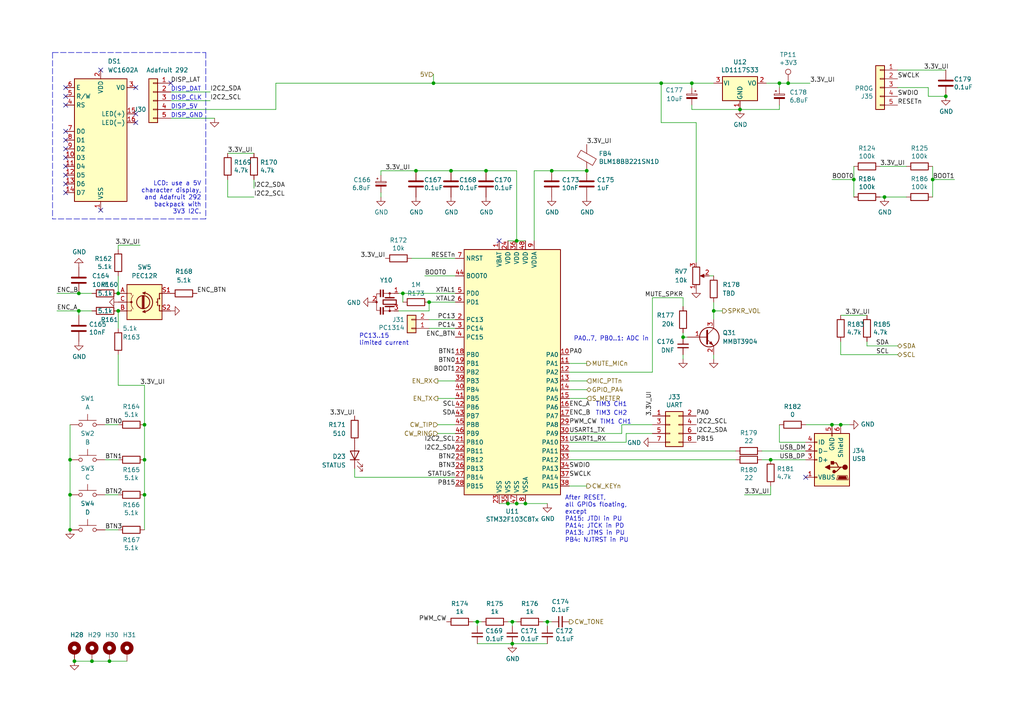
<source format=kicad_sch>
(kicad_sch (version 20211123) (generator eeschema)
  (paper "A4")
  (title_block (title "DART-70 TRX") (date "2023-02-08") (rev "0") (company "HB9EGM") (comment 1 "A 4m Band SSB/CW Transceiver") (comment 2 "User interface"))
  (lib_symbols
    (symbol "Connector:TestPoint" (pin_numbers hide) (pin_names (offset 0.762) hide)
      (property "Reference" "TP" (at 0 6.858 0))
      (property "Value" "TestPoint" (at 0 5.08 0))
      (symbol "TestPoint_1_1"
        (pin passive line (at 0 0 90) (length 2.54) (name "1") (number "1"))
      )
    )
    (symbol "Connector:USB_B_Micro" (pin_names (offset 1.016))
      (property "Reference" "J" (at -5.08 11.43 0))
      (property "Value" "USB_B_Micro" (at -5.08 8.89 0))
      (symbol "USB_B_Micro_1_1"
        (pin power_out line (at 7.62 5.08 180) (length 2.54) (name "VBUS") (number "1"))
        (pin bidirectional line (at 7.62 -2.54 180) (length 2.54) (name "D-") (number "2"))
        (pin bidirectional line (at 7.62 0 180) (length 2.54) (name "D+") (number "3"))
        (pin passive line (at 7.62 -5.08 180) (length 2.54) (name "ID") (number "4"))
        (pin power_out line (at 0 -10.16 90) (length 2.54) (name "GND") (number "5"))
        (pin passive line (at -2.54 -10.16 90) (length 2.54) (name "Shield") (number "6"))
      )
    )
    (symbol "Connector_Generic:Conn_01x02" (pin_names (offset 1.016) hide)
      (property "Reference" "J" (at 0 2.54 0))
      (property "Value" "Conn_01x02" (at 0 -5.08 0))
      (symbol "Conn_01x02_1_1"
        (pin passive line (at -5.08 0 0) (length 3.81) (name "Pin_1") (number "1"))
        (pin passive line (at -5.08 -2.54 0) (length 3.81) (name "Pin_2") (number "2"))
      )
    )
    (symbol "Connector_Generic:Conn_01x05" (pin_names (offset 1.016) hide)
      (property "Reference" "J" (at 0 7.62 0))
      (property "Value" "Conn_01x05" (at 0 -7.62 0))
      (symbol "Conn_01x05_1_1"
        (pin passive line (at -5.08 5.08 0) (length 3.81) (name "Pin_1") (number "1"))
        (pin passive line (at -5.08 2.54 0) (length 3.81) (name "Pin_2") (number "2"))
        (pin passive line (at -5.08 0 0) (length 3.81) (name "Pin_3") (number "3"))
        (pin passive line (at -5.08 -2.54 0) (length 3.81) (name "Pin_4") (number "4"))
        (pin passive line (at -5.08 -5.08 0) (length 3.81) (name "Pin_5") (number "5"))
      )
    )
    (symbol "Connector_Generic:Conn_02x04_Odd_Even" (pin_names (offset 1.016) hide)
      (property "Reference" "J" (at 1.27 5.08 0))
      (property "Value" "Conn_02x04_Odd_Even" (at 1.27 -7.62 0))
      (symbol "Conn_02x04_Odd_Even_1_1"
        (pin passive line (at -5.08 2.54 0) (length 3.81) (name "Pin_1") (number "1"))
        (pin passive line (at 7.62 2.54 180) (length 3.81) (name "Pin_2") (number "2"))
        (pin passive line (at -5.08 0 0) (length 3.81) (name "Pin_3") (number "3"))
        (pin passive line (at 7.62 0 180) (length 3.81) (name "Pin_4") (number "4"))
        (pin passive line (at -5.08 -2.54 0) (length 3.81) (name "Pin_5") (number "5"))
        (pin passive line (at 7.62 -2.54 180) (length 3.81) (name "Pin_6") (number "6"))
        (pin passive line (at -5.08 -5.08 0) (length 3.81) (name "Pin_7") (number "7"))
        (pin passive line (at 7.62 -5.08 180) (length 3.81) (name "Pin_8") (number "8"))
      )
    )
    (symbol "Device:C" (pin_numbers hide) (pin_names (offset 0.254))
      (property "Reference" "C" (at 0.635 2.54 0))
      (property "Value" "C" (at 0.635 -2.54 0))
      (symbol "C_1_1"
        (pin passive line (at 0 3.81 270) (length 2.794) (name "~") (number "1"))
        (pin passive line (at 0 -3.81 90) (length 2.794) (name "~") (number "2"))
      )
    )
    (symbol "Device:C_Polarized_Small" (pin_numbers hide) (pin_names (offset 0.254) hide)
      (property "Reference" "C" (at 0.254 1.778 0))
      (property "Value" "C_Polarized_Small" (at 0.254 -2.032 0))
      (symbol "C_Polarized_Small_1_1"
        (pin passive line (at 0 2.54 270) (length 1.8542) (name "~") (number "1"))
        (pin passive line (at 0 -2.54 90) (length 1.8542) (name "~") (number "2"))
      )
    )
    (symbol "Device:C_Small" (pin_numbers hide) (pin_names (offset 0.254) hide)
      (property "Reference" "C" (at 0.254 1.778 0))
      (property "Value" "C_Small" (at 0.254 -2.032 0))
      (symbol "C_Small_1_1"
        (pin passive line (at 0 2.54 270) (length 2.032) (name "~") (number "1"))
        (pin passive line (at 0 -2.54 90) (length 2.032) (name "~") (number "2"))
      )
    )
    (symbol "Device:FerriteBead" (pin_numbers hide) (pin_names (offset 0))
      (property "Reference" "FB" (at -3.81 0.635 90))
      (property "Value" "FerriteBead" (at 3.81 0 90))
      (symbol "FerriteBead_1_1"
        (pin passive line (at 0 3.81 270) (length 2.54) (name "~") (number "1"))
        (pin passive line (at 0 -3.81 90) (length 2.54) (name "~") (number "2"))
      )
    )
    (symbol "Device:LED" (pin_numbers hide) (pin_names (offset 1.016) hide)
      (property "Reference" "D" (at 0 2.54 0))
      (property "Value" "LED" (at 0 -2.54 0))
      (symbol "LED_1_1"
        (pin passive line (at -3.81 0 0) (length 2.54) (name "K") (number "1"))
        (pin passive line (at 3.81 0 180) (length 2.54) (name "A") (number "2"))
      )
    )
    (symbol "Device:R" (pin_numbers hide) (pin_names (offset 0))
      (property "Reference" "R" (at 2.032 0 90))
      (property "Value" "R" (at 0 0 90))
      (symbol "R_1_1"
        (pin passive line (at 0 3.81 270) (length 1.27) (name "~") (number "1"))
        (pin passive line (at 0 -3.81 90) (length 1.27) (name "~") (number "2"))
      )
    )
    (symbol "Device:R_Potentiometer" (pin_names (offset 1.016) hide)
      (property "Reference" "RV" (at -4.445 0 90))
      (property "Value" "R_Potentiometer" (at -2.54 0 90))
      (symbol "R_Potentiometer_1_1"
        (pin passive line (at 0 3.81 270) (length 1.27) (name "1") (number "1"))
        (pin passive line (at 3.81 0 180) (length 1.27) (name "2") (number "2"))
        (pin passive line (at 0 -3.81 90) (length 1.27) (name "3") (number "3"))
      )
    )
    (symbol "Device:RotaryEncoder_Switch" (pin_names (offset 0.254) hide)
      (property "Reference" "SW" (at 0 6.604 0))
      (property "Value" "RotaryEncoder_Switch" (at 0 -6.604 0))
      (symbol "RotaryEncoder_Switch_1_1"
        (pin passive line (at -7.62 2.54 0) (length 2.54) (name "A") (number "A"))
        (pin passive line (at -7.62 -2.54 0) (length 2.54) (name "B") (number "B"))
        (pin passive line (at -7.62 0 0) (length 2.54) (name "C") (number "C"))
        (pin passive line (at 7.62 2.54 180) (length 2.54) (name "S1") (number "S1"))
        (pin passive line (at 7.62 -2.54 180) (length 2.54) (name "S2") (number "S2"))
      )
    )
    (symbol "Display_Character:WC1602A"
      (property "Reference" "DS" (at -5.842 19.05 0))
      (property "Value" "WC1602A" (at 5.334 19.05 0))
      (symbol "WC1602A_1_1"
        (pin power_in line (at 0 -20.32 90) (length 2.54) (name "VSS") (number "1"))
        (pin input line (at -10.16 -5.08 0) (length 2.54) (name "D3") (number "10"))
        (pin input line (at -10.16 -7.62 0) (length 2.54) (name "D4") (number "11"))
        (pin input line (at -10.16 -10.16 0) (length 2.54) (name "D5") (number "12"))
        (pin input line (at -10.16 -12.7 0) (length 2.54) (name "D6") (number "13"))
        (pin input line (at -10.16 -15.24 0) (length 2.54) (name "D7") (number "14"))
        (pin power_in line (at 10.16 7.62 180) (length 2.54) (name "LED(+)") (number "15"))
        (pin power_in line (at 10.16 5.08 180) (length 2.54) (name "LED(-)") (number "16"))
        (pin power_in line (at 0 20.32 270) (length 2.54) (name "VDD") (number "2"))
        (pin input line (at 10.16 15.24 180) (length 2.54) (name "VO") (number "3"))
        (pin input line (at -10.16 10.16 0) (length 2.54) (name "RS") (number "4"))
        (pin input line (at -10.16 12.7 0) (length 2.54) (name "R/W") (number "5"))
        (pin input line (at -10.16 15.24 0) (length 2.54) (name "E") (number "6"))
        (pin input line (at -10.16 2.54 0) (length 2.54) (name "D0") (number "7"))
        (pin input line (at -10.16 0 0) (length 2.54) (name "D1") (number "8"))
        (pin input line (at -10.16 -2.54 0) (length 2.54) (name "D2") (number "9"))
      )
    )
    (symbol "MCU_ST_STM32F1:STM32F103C8Tx"
      (property "Reference" "U" (at -15.24 36.83 0))
      (property "Value" "STM32F103C8Tx" (at 7.62 36.83 0))
      (symbol "STM32F103C8Tx_1_1"
        (pin power_in line (at -5.08 38.1 270) (length 2.54) (name "VBAT") (number "1"))
        (pin bidirectional line (at 15.24 5.08 180) (length 2.54) (name "PA0") (number "10"))
        (pin bidirectional line (at 15.24 2.54 180) (length 2.54) (name "PA1") (number "11"))
        (pin bidirectional line (at 15.24 0 180) (length 2.54) (name "PA2") (number "12"))
        (pin bidirectional line (at 15.24 -2.54 180) (length 2.54) (name "PA3") (number "13"))
        (pin bidirectional line (at 15.24 -5.08 180) (length 2.54) (name "PA4") (number "14"))
        (pin bidirectional line (at 15.24 -7.62 180) (length 2.54) (name "PA5") (number "15"))
        (pin bidirectional line (at 15.24 -10.16 180) (length 2.54) (name "PA6") (number "16"))
        (pin bidirectional line (at 15.24 -12.7 180) (length 2.54) (name "PA7") (number "17"))
        (pin bidirectional line (at -17.78 5.08 0) (length 2.54) (name "PB0") (number "18"))
        (pin bidirectional line (at -17.78 2.54 0) (length 2.54) (name "PB1") (number "19"))
        (pin bidirectional line (at -17.78 15.24 0) (length 2.54) (name "PC13") (number "2"))
        (pin bidirectional line (at -17.78 0 0) (length 2.54) (name "PB2") (number "20"))
        (pin bidirectional line (at -17.78 -20.32 0) (length 2.54) (name "PB10") (number "21"))
        (pin bidirectional line (at -17.78 -22.86 0) (length 2.54) (name "PB11") (number "22"))
        (pin power_in line (at -5.08 -38.1 90) (length 2.54) (name "VSS") (number "23"))
        (pin power_in line (at -2.54 38.1 270) (length 2.54) (name "VDD") (number "24"))
        (pin bidirectional line (at -17.78 -25.4 0) (length 2.54) (name "PB12") (number "25"))
        (pin bidirectional line (at -17.78 -27.94 0) (length 2.54) (name "PB13") (number "26"))
        (pin bidirectional line (at -17.78 -30.48 0) (length 2.54) (name "PB14") (number "27"))
        (pin bidirectional line (at -17.78 -33.02 0) (length 2.54) (name "PB15") (number "28"))
        (pin bidirectional line (at 15.24 -15.24 180) (length 2.54) (name "PA8") (number "29"))
        (pin bidirectional line (at -17.78 12.7 0) (length 2.54) (name "PC14") (number "3"))
        (pin bidirectional line (at 15.24 -17.78 180) (length 2.54) (name "PA9") (number "30"))
        (pin bidirectional line (at 15.24 -20.32 180) (length 2.54) (name "PA10") (number "31"))
        (pin bidirectional line (at 15.24 -22.86 180) (length 2.54) (name "PA11") (number "32"))
        (pin bidirectional line (at 15.24 -25.4 180) (length 2.54) (name "PA12") (number "33"))
        (pin bidirectional line (at 15.24 -27.94 180) (length 2.54) (name "PA13") (number "34"))
        (pin power_in line (at -2.54 -38.1 90) (length 2.54) (name "VSS") (number "35"))
        (pin power_in line (at 0 38.1 270) (length 2.54) (name "VDD") (number "36"))
        (pin bidirectional line (at 15.24 -30.48 180) (length 2.54) (name "PA14") (number "37"))
        (pin bidirectional line (at 15.24 -33.02 180) (length 2.54) (name "PA15") (number "38"))
        (pin bidirectional line (at -17.78 -2.54 0) (length 2.54) (name "PB3") (number "39"))
        (pin bidirectional line (at -17.78 10.16 0) (length 2.54) (name "PC15") (number "4"))
        (pin bidirectional line (at -17.78 -5.08 0) (length 2.54) (name "PB4") (number "40"))
        (pin bidirectional line (at -17.78 -7.62 0) (length 2.54) (name "PB5") (number "41"))
        (pin bidirectional line (at -17.78 -10.16 0) (length 2.54) (name "PB6") (number "42"))
        (pin bidirectional line (at -17.78 -12.7 0) (length 2.54) (name "PB7") (number "43"))
        (pin input line (at -17.78 27.94 0) (length 2.54) (name "BOOT0") (number "44"))
        (pin bidirectional line (at -17.78 -15.24 0) (length 2.54) (name "PB8") (number "45"))
        (pin bidirectional line (at -17.78 -17.78 0) (length 2.54) (name "PB9") (number "46"))
        (pin power_in line (at 0 -38.1 90) (length 2.54) (name "VSS") (number "47"))
        (pin power_in line (at 2.54 38.1 270) (length 2.54) (name "VDD") (number "48"))
        (pin input line (at -17.78 22.86 0) (length 2.54) (name "PD0") (number "5"))
        (pin input line (at -17.78 20.32 0) (length 2.54) (name "PD1") (number "6"))
        (pin input line (at -17.78 33.02 0) (length 2.54) (name "NRST") (number "7"))
        (pin power_in line (at 2.54 -38.1 90) (length 2.54) (name "VSSA") (number "8"))
        (pin power_in line (at 5.08 38.1 270) (length 2.54) (name "VDDA") (number "9"))
      )
    )
    (symbol "Mechanical:MountingHole_Pad" (pin_numbers hide) (pin_names (offset 1.016) hide)
      (property "Reference" "H" (at 0 6.35 0))
      (property "Value" "MountingHole_Pad" (at 0 4.445 0))
      (symbol "MountingHole_Pad_1_1"
        (pin input line (at 0 -2.54 90) (length 2.54) (name "1") (number "1"))
      )
    )
    (symbol "Regulator_Linear:LD1117S33TR_SOT223" (pin_names (offset 0.254))
      (property "Reference" "U" (at -3.81 3.175 0))
      (property "Value" "LD1117S33TR_SOT223" (at 0 3.175 0))
      (symbol "LD1117S33TR_SOT223_1_1"
        (pin power_in line (at 0 -7.62 90) (length 2.54) (name "GND") (number "1"))
        (pin power_out line (at 7.62 0 180) (length 2.54) (name "VO") (number "2"))
        (pin power_in line (at -7.62 0 0) (length 2.54) (name "VI") (number "3"))
      )
    )
    (symbol "Switch:SW_Push" (pin_numbers hide) (pin_names (offset 1.016) hide)
      (property "Reference" "SW" (at 1.27 2.54 0))
      (property "Value" "SW_Push" (at 0 -1.524 0))
      (symbol "SW_Push_0_1"
        (pin passive line (at -5.08 0 0) (length 2.54) (name "1") (number "1"))
        (pin passive line (at 5.08 0 180) (length 2.54) (name "2") (number "2"))
      )
    )
    (symbol "Transistor_BJT:MMBT3904" (pin_names (offset 0) hide)
      (property "Reference" "Q" (at 5.08 1.905 0))
      (property "Value" "MMBT3904" (at 5.08 0 0))
      (symbol "MMBT3904_1_1"
        (pin input line (at -5.08 0 0) (length 5.715) (name "B") (number "1"))
        (pin passive line (at 2.54 -5.08 90) (length 2.54) (name "E") (number "2"))
        (pin passive line (at 2.54 5.08 270) (length 2.54) (name "C") (number "3"))
      )
    )
    (symbol "mpb:CSTNE16M0V530000R0" (pin_names (offset 1.016) hide)
      (property "Reference" "Y" (at 3.175 1.905 0))
      (property "Value" "CSTNE16M0V530000R0" (at 3.175 0 0))
      (symbol "CSTNE16M0V530000R0_1_1"
        (pin passive line (at -2.54 2.54 270) (length 1.27) (name "1") (number "1"))
        (pin passive line (at 0 -5.08 90) (length 1.27) (name "2") (number "2"))
        (pin passive line (at 2.54 2.54 270) (length 1.27) (name "3") (number "3"))
      )
    )
    (symbol "power:GND" (power) (pin_names (offset 0))
      (property "Value" "GND" (at 0 -3.81 0))
      (symbol "GND_1_1"
        (pin power_in line (at 0 0 270) (length 0) hide (name "GND") (number "1"))
      )
    )
  )
  (junction (at 247.65 52.07))
  (junction (at 34.29 85.09))
  (junction (at 207.01 90.17))
  (junction (at 125.73 24.13))
  (junction (at 223.52 133.35))
  (junction (at 200.66 24.13))
  (junction (at 149.86 69.85))
  (junction (at 20.32 143.51))
  (junction (at 243.84 123.19))
  (junction (at 124.46 87.63))
  (junction (at 191.77 24.13))
  (junction (at 130.81 49.53))
  (junction (at 22.86 85.09))
  (junction (at 31.75 191.77))
  (junction (at 20.32 133.35))
  (junction (at 256.54 57.15))
  (junction (at 149.86 146.05))
  (junction (at 147.32 146.05))
  (junction (at 120.65 49.53))
  (junction (at 160.02 49.53))
  (junction (at 148.59 186.69))
  (junction (at 138.43 180.34))
  (junction (at 22.86 90.17))
  (junction (at 158.75 180.34))
  (junction (at 116.84 85.09))
  (junction (at 226.06 24.13))
  (junction (at 241.3 123.19))
  (junction (at 26.67 191.77))
  (junction (at 140.97 49.53))
  (junction (at 41.91 133.35))
  (junction (at 270.51 52.07))
  (junction (at 148.59 180.34))
  (junction (at 41.91 143.51))
  (junction (at 152.4 146.05))
  (junction (at 20.32 153.67))
  (junction (at 198.12 97.79))
  (junction (at 34.29 90.17))
  (junction (at 21.59 191.77))
  (junction (at 214.63 31.75))
  (junction (at 41.91 123.19))
  (junction (at 170.18 49.53))
  (junction (at 274.32 27.94))
  (junction (at 228.6 24.13))
  (no_connect (at 19.05 30.48))
  (no_connect (at 19.05 25.4))
  (no_connect (at 39.37 33.02))
  (no_connect (at 233.68 138.43))
  (no_connect (at 19.05 45.72))
  (no_connect (at 19.05 40.64))
  (no_connect (at 39.37 35.56))
  (no_connect (at 29.21 20.32))
  (no_connect (at 19.05 38.1))
  (no_connect (at 19.05 53.34))
  (no_connect (at 19.05 43.18))
  (no_connect (at 29.21 60.96))
  (no_connect (at 19.05 48.26))
  (no_connect (at 19.05 55.88))
  (no_connect (at 144.78 69.85))
  (no_connect (at 19.05 27.94))
  (no_connect (at 49.53 24.13))
  (no_connect (at 39.37 25.4))
  (no_connect (at 19.05 50.8))
  (wire (pts (xy 165.1 133.35) (xy 213.36 133.35)))
  (wire (pts (xy 49.53 26.67) (xy 60.96 26.67)))
  (wire (pts (xy 34.29 71.12) (xy 40.64 71.12)))
  (wire (pts (xy 34.29 95.25) (xy 34.29 90.17)))
  (wire (pts (xy 222.25 24.13) (xy 226.06 24.13)))
  (wire (pts (xy 119.38 74.93) (xy 132.08 74.93)))
  (wire (pts (xy 200.66 31.75) (xy 214.63 31.75)))
  (wire (pts (xy 34.29 102.87) (xy 34.29 111.76)))
  (wire (pts (xy 170.18 140.97) (xy 165.1 140.97)))
  (wire (pts (xy 189.23 86.36) (xy 198.12 86.36)))
  (wire (pts (xy 22.86 91.44) (xy 22.86 90.17)))
  (wire (pts (xy 34.29 133.35) (xy 30.48 133.35)))
  (wire (pts (xy 165.1 130.81) (xy 213.36 130.81)))
  (wire (pts (xy 207.01 87.63) (xy 207.01 90.17)))
  (wire (pts (xy 251.46 100.33) (xy 260.35 100.33)))
  (wire (pts (xy 127 115.57) (xy 132.08 115.57)))
  (wire (pts (xy 127 125.73) (xy 132.08 125.73)))
  (wire (pts (xy 191.77 35.56) (xy 191.77 24.13)))
  (wire (pts (xy 21.59 191.77) (xy 26.67 191.77)))
  (wire (pts (xy 110.49 55.88) (xy 110.49 57.15)))
  (wire (pts (xy 270.51 52.07) (xy 276.86 52.07)))
  (wire (pts (xy 207.01 90.17) (xy 209.55 90.17)))
  (wire (pts (xy 243.84 102.87) (xy 243.84 99.06)))
  (wire (pts (xy 130.81 49.53) (xy 140.97 49.53)))
  (wire (pts (xy 260.35 20.32) (xy 274.32 20.32)))
  (wire (pts (xy 189.23 125.73) (xy 181.61 125.73)))
  (wire (pts (xy 160.02 49.53) (xy 154.94 49.53)))
  (wire (pts (xy 269.24 25.4) (xy 269.24 27.94)))
  (wire (pts (xy 138.43 180.34) (xy 138.43 181.61)))
  (wire (pts (xy 223.52 133.35) (xy 233.68 133.35)))
  (wire (pts (xy 34.29 123.19) (xy 30.48 123.19)))
  (wire (pts (xy 127 123.19) (xy 132.08 123.19)))
  (wire (pts (xy 228.6 24.13) (xy 234.95 24.13)))
  (wire (pts (xy 243.84 91.44) (xy 251.46 91.44)))
  (polyline (pts (xy 59.69 15.24) (xy 59.69 63.5)))
  (wire (pts (xy 80.01 31.75) (xy 80.01 24.13)))
  (wire (pts (xy 120.65 49.53) (xy 130.81 49.53)))
  (wire (pts (xy 247.65 52.07) (xy 247.65 57.15)))
  (wire (pts (xy 110.49 49.53) (xy 120.65 49.53)))
  (wire (pts (xy 200.66 24.13) (xy 200.66 25.4)))
  (wire (pts (xy 158.75 181.61) (xy 158.75 180.34)))
  (wire (pts (xy 270.51 52.07) (xy 270.51 57.15)))
  (wire (pts (xy 66.04 44.45) (xy 73.66 44.45)))
  (wire (pts (xy 102.87 135.89) (xy 102.87 138.43)))
  (wire (pts (xy 148.59 186.69) (xy 158.75 186.69)))
  (polyline (pts (xy 15.24 15.24) (xy 59.69 15.24)))
  (wire (pts (xy 158.75 180.34) (xy 160.02 180.34)))
  (wire (pts (xy 160.02 49.53) (xy 170.18 49.53)))
  (wire (pts (xy 34.29 80.01) (xy 34.29 85.09)))
  (wire (pts (xy 34.29 72.39) (xy 34.29 71.12)))
  (wire (pts (xy 124.46 92.71) (xy 132.08 92.71)))
  (wire (pts (xy 20.32 123.19) (xy 20.32 133.35)))
  (wire (pts (xy 260.35 25.4) (xy 269.24 25.4)))
  (wire (pts (xy 165.1 128.27) (xy 181.61 128.27)))
  (wire (pts (xy 201.93 76.2) (xy 201.93 35.56)))
  (wire (pts (xy 165.1 113.03) (xy 170.18 113.03)))
  (wire (pts (xy 226.06 24.13) (xy 228.6 24.13)))
  (wire (pts (xy 41.91 111.76) (xy 41.91 123.19)))
  (wire (pts (xy 34.29 143.51) (xy 30.48 143.51)))
  (wire (pts (xy 247.65 48.26) (xy 247.65 52.07)))
  (wire (pts (xy 200.66 30.48) (xy 200.66 31.75)))
  (wire (pts (xy 110.49 49.53) (xy 110.49 50.8)))
  (wire (pts (xy 226.06 128.27) (xy 233.68 128.27)))
  (wire (pts (xy 269.24 27.94) (xy 274.32 27.94)))
  (wire (pts (xy 256.54 57.15) (xy 262.89 57.15)))
  (wire (pts (xy 34.29 153.67) (xy 30.48 153.67)))
  (wire (pts (xy 124.46 90.17) (xy 124.46 87.63)))
  (wire (pts (xy 66.04 57.15) (xy 66.04 52.07)))
  (wire (pts (xy 26.67 191.77) (xy 31.75 191.77)))
  (wire (pts (xy 215.9 143.51) (xy 223.52 143.51)))
  (polyline (pts (xy 15.24 15.24) (xy 15.24 63.5)))
  (wire (pts (xy 165.1 125.73) (xy 180.34 125.73)))
  (wire (pts (xy 137.16 180.34) (xy 138.43 180.34)))
  (wire (pts (xy 243.84 102.87) (xy 260.35 102.87)))
  (wire (pts (xy 223.52 133.35) (xy 220.98 133.35)))
  (wire (pts (xy 140.97 49.53) (xy 149.86 49.53)))
  (wire (pts (xy 34.29 111.76) (xy 41.91 111.76)))
  (wire (pts (xy 157.48 180.34) (xy 158.75 180.34)))
  (wire (pts (xy 255.27 48.26) (xy 262.89 48.26)))
  (wire (pts (xy 147.32 146.05) (xy 144.78 146.05)))
  (wire (pts (xy 243.84 123.19) (xy 241.3 123.19)))
  (wire (pts (xy 270.51 48.26) (xy 270.51 52.07)))
  (wire (pts (xy 41.91 133.35) (xy 41.91 123.19)))
  (wire (pts (xy 255.27 57.15) (xy 256.54 57.15)))
  (wire (pts (xy 170.18 110.49) (xy 165.1 110.49)))
  (wire (pts (xy 125.73 21.59) (xy 125.73 24.13)))
  (wire (pts (xy 207.01 90.17) (xy 207.01 92.71)))
  (wire (pts (xy 49.53 31.75) (xy 80.01 31.75)))
  (wire (pts (xy 20.32 143.51) (xy 20.32 153.67)))
  (wire (pts (xy 73.66 57.15) (xy 66.04 57.15)))
  (wire (pts (xy 148.59 180.34) (xy 149.86 180.34)))
  (wire (pts (xy 22.86 85.09) (xy 26.67 85.09)))
  (wire (pts (xy 198.12 97.79) (xy 199.39 97.79)))
  (wire (pts (xy 124.46 87.63) (xy 132.08 87.63)))
  (wire (pts (xy 124.46 90.17) (xy 115.57 90.17)))
  (wire (pts (xy 102.87 138.43) (xy 132.08 138.43)))
  (wire (pts (xy 220.98 130.81) (xy 233.68 130.81)))
  (wire (pts (xy 149.86 69.85) (xy 147.32 69.85)))
  (wire (pts (xy 198.12 104.14) (xy 198.12 102.87)))
  (wire (pts (xy 124.46 95.25) (xy 132.08 95.25)))
  (wire (pts (xy 116.84 87.63) (xy 116.84 85.09)))
  (wire (pts (xy 198.12 96.52) (xy 198.12 97.79)))
  (wire (pts (xy 152.4 146.05) (xy 149.86 146.05)))
  (wire (pts (xy 31.75 191.77) (xy 36.83 191.77)))
  (wire (pts (xy 149.86 49.53) (xy 149.86 69.85)))
  (wire (pts (xy 191.77 24.13) (xy 200.66 24.13)))
  (wire (pts (xy 181.61 125.73) (xy 181.61 128.27)))
  (wire (pts (xy 116.84 85.09) (xy 115.57 85.09)))
  (wire (pts (xy 152.4 69.85) (xy 149.86 69.85)))
  (wire (pts (xy 49.53 29.21) (xy 60.96 29.21)))
  (wire (pts (xy 170.18 115.57) (xy 165.1 115.57)))
  (wire (pts (xy 207.01 104.14) (xy 207.01 102.87)))
  (wire (pts (xy 22.86 85.09) (xy 16.51 85.09)))
  (wire (pts (xy 180.34 123.19) (xy 189.23 123.19)))
  (wire (pts (xy 201.93 35.56) (xy 191.77 35.56)))
  (wire (pts (xy 200.66 24.13) (xy 207.01 24.13)))
  (wire (pts (xy 73.66 54.61) (xy 73.66 52.07)))
  (wire (pts (xy 226.06 24.13) (xy 226.06 25.4)))
  (wire (pts (xy 214.63 31.75) (xy 226.06 31.75)))
  (wire (pts (xy 154.94 49.53) (xy 154.94 69.85)))
  (wire (pts (xy 26.67 90.17) (xy 22.86 90.17)))
  (wire (pts (xy 148.59 181.61) (xy 148.59 180.34)))
  (wire (pts (xy 147.32 180.34) (xy 148.59 180.34)))
  (wire (pts (xy 246.38 123.19) (xy 243.84 123.19)))
  (wire (pts (xy 49.53 34.29) (xy 62.23 34.29)))
  (wire (pts (xy 16.51 90.17) (xy 22.86 90.17)))
  (wire (pts (xy 132.08 85.09) (xy 116.84 85.09)))
  (wire (pts (xy 80.01 24.13) (xy 125.73 24.13)))
  (wire (pts (xy 138.43 186.69) (xy 148.59 186.69)))
  (wire (pts (xy 158.75 146.05) (xy 152.4 146.05)))
  (wire (pts (xy 170.18 105.41) (xy 165.1 105.41)))
  (wire (pts (xy 125.73 24.13) (xy 191.77 24.13)))
  (wire (pts (xy 226.06 123.19) (xy 226.06 128.27)))
  (wire (pts (xy 138.43 180.34) (xy 139.7 180.34)))
  (wire (pts (xy 180.34 125.73) (xy 180.34 123.19)))
  (wire (pts (xy 127 110.49) (xy 132.08 110.49)))
  (polyline (pts (xy 59.69 63.5) (xy 15.24 63.5)))
  (wire (pts (xy 223.52 143.51) (xy 223.52 140.97)))
  (wire (pts (xy 198.12 86.36) (xy 198.12 88.9)))
  (wire (pts (xy 41.91 153.67) (xy 41.91 143.51)))
  (wire (pts (xy 123.19 80.01) (xy 132.08 80.01)))
  (wire (pts (xy 41.91 143.51) (xy 41.91 133.35)))
  (wire (pts (xy 251.46 100.33) (xy 251.46 99.06)))
  (wire (pts (xy 165.1 107.95) (xy 189.23 107.95)))
  (wire (pts (xy 226.06 30.48) (xy 226.06 31.75)))
  (wire (pts (xy 189.23 107.95) (xy 189.23 86.36)))
  (wire (pts (xy 149.86 146.05) (xy 147.32 146.05)))
  (wire (pts (xy 241.3 123.19) (xy 233.68 123.19)))
  (wire (pts (xy 20.32 133.35) (xy 20.32 143.51)))
  (wire (pts (xy 241.3 52.07) (xy 247.65 52.07)))
  (wire (pts (xy 205.74 80.01) (xy 207.01 80.01)))
  (text "TODO\n\n\nDone\nReplace connector by footprints for buttons, encoder and display\nCheck how I finally did CW on Picardy 2020\nAdd cable between main board and control" (at 1.27 -15.24 0) (effects (font (size 3 3)) (justify left bottom)))
  (text "DISP_5V" (at 49.53 31.75 0) (effects (font (size 1.27 1.27)) (justify left bottom)))
  (text "DISP_GND" (at 49.53 34.29 0) (effects (font (size 1.27 1.27)) (justify left bottom)))
  (text "After RESET,\nall GPIOs floating,\nexcept\nPA15: JTDI in PU\nPA14: JTCK in PD\nPA13: JTMS in PU\nPB4: NJTRST in PU" (at 163.83 157.48 0) (effects (font (size 1.27 1.27)) (justify left bottom)))
  (text "TIM1 CH1" (at 173.99 123.19 0) (effects (font (size 1.27 1.27)) (justify left bottom)))
  (text "Comment from picardy:\n\nLow pass filter for CW sidetone,\nfinally unused. STATUS LED replaced\nby piezo buzzer instead." (at -53.34 -16.51 0) (effects (font (size 1.27 1.27)) (justify left bottom)))
  (text "TIM3 CH1" (at 172.72 118.11 0) (effects (font (size 1.27 1.27)) (justify left bottom)))
  (text "LCD: use a 5V\ncharacter display,\nand Adafruit 292\nbackpack with\n3V3 I2C.\n" (at 58.42 62.23 180) (effects (font (size 1.27 1.27)) (justify right bottom)))
  (text "TIM3 CH2" (at 172.72 120.65 0) (effects (font (size 1.27 1.27)) (justify left bottom)))
  (text "PC13..15\nlimited current" (at 104.14 100.33 0) (effects (font (size 1.27 1.27)) (justify left bottom)))
  (text "DISP_DAT" (at 49.53 26.67 0) (effects (font (size 1.27 1.27)) (justify left bottom)))
  (text "PA0..7, PB0..1: ADC in" (at 166.37 99.06 0) (effects (font (size 1.27 1.27)) (justify left bottom)))
  (text "DISP_CLK" (at 49.53 29.21 0) (effects (font (size 1.27 1.27)) (justify left bottom)))
  (label "USB_DP" (at 226.06 133.35 0))
  (label "USART1_RX" (at 165.1 128.27 0))
  (label "3.3V_UI" (at 215.9 143.51 0))
  (label "SDA" (at 132.08 120.65 180))
  (label "3.3V_UI" (at 189.23 120.65 90))
  (label "BTN1" (at 132.08 102.87 180))
  (label "PB15" (at 201.93 128.27 0))
  (label "3.3V_UI" (at 245.11 91.44 0))
  (label "I2C2_SDA" (at 73.66 54.61 0))
  (label "3.3V_UI" (at 40.64 71.12 180))
  (label "BOOT1" (at 276.86 52.07 180))
  (label "3.3V_UI" (at 267.97 20.32 0))
  (label "BTN2" (at 132.08 133.35 180))
  (label "I2C2_SDA" (at 201.93 125.73 0))
  (label "USB_DM" (at 226.06 130.81 0))
  (label "PB15" (at 132.08 140.97 180))
  (label "3.3V_UI" (at 170.18 41.91 0))
  (label "SWDIO" (at 165.1 135.89 0))
  (label "ENC_BTN" (at 132.08 97.79 180))
  (label "I2C2_SCL" (at 201.93 123.19 0))
  (label "SCL" (at 132.08 118.11 180))
  (label "XTAL2" (at 132.08 87.63 180))
  (label "ENC_B" (at 16.51 85.09 0))
  (label "I2C2_SCL" (at 73.66 57.15 0))
  (label "3.3V_UI" (at 40.64 111.76 0))
  (label "I2C2_SDA" (at 132.08 130.81 180))
  (label "SDA" (at 257.81 100.33 180))
  (label "3.3V_UI" (at 111.76 74.93 180))
  (label "BTN0" (at 132.08 105.41 180))
  (label "SCL" (at 257.81 102.87 180))
  (label "ENC_BTN" (at 57.15 85.09 0))
  (label "ENC_A" (at 165.1 118.11 0))
  (label "XTAL1" (at 132.08 85.09 180))
  (label "ENC_B" (at 165.1 120.65 0))
  (label "3.3V_UI" (at 111.76 49.53 0))
  (label "STATUSn" (at 132.08 138.43 180))
  (label "BTN2" (at 30.48 143.51 0))
  (label "RESETn" (at 260.35 30.48 0))
  (label "PWM_CW" (at 165.1 123.19 0))
  (label "3.3V_UI" (at 255.27 48.26 0))
  (label "BOOT0" (at 123.19 80.01 0))
  (label "DISP_LAT" (at 49.53 24.13 0))
  (label "PC14" (at 132.08 95.25 180))
  (label "3.3V_UI" (at 234.95 24.13 0))
  (label "PA0" (at 165.1 102.87 0))
  (label "SWCLK" (at 260.35 22.86 0))
  (label "PC13" (at 132.08 92.71 180))
  (label "SWCLK" (at 165.1 138.43 0))
  (label "MUTE_SPKR" (at 198.12 86.36 180))
  (label "BTN3" (at 30.48 153.67 0))
  (label "BTN0" (at 30.48 123.19 0))
  (label "BOOT1" (at 132.08 107.95 180))
  (label "I2C2_SCL" (at 60.96 29.21 0))
  (label "3.3V_UI" (at 102.87 120.65 180))
  (label "PWM_CW" (at 129.54 180.34 180))
  (label "3.3V_UI" (at 66.04 44.45 0))
  (label "SWDIO" (at 260.35 27.94 0))
  (label "USART1_TX" (at 165.1 125.73 0))
  (label "I2C2_SDA" (at 60.96 26.67 0))
  (label "RESETn" (at 132.08 74.93 180))
  (label "I2C2_SCL" (at 132.08 128.27 180))
  (label "PA0" (at 201.93 120.65 0))
  (label "BTN3" (at 132.08 135.89 180))
  (label "ENC_A" (at 16.51 90.17 0))
  (label "BTN1" (at 30.48 133.35 0))
  (label "BOOT0" (at 241.3 52.07 0))
  (hierarchical_label "SDA" (shape bidirectional) (at 260.35 100.33 0))
  (hierarchical_label "5V" (shape input) (at 125.73 21.59 180))
  (hierarchical_label "CW_RING" (shape input) (at 127 125.73 180))
  (hierarchical_label "MIC_PTTn" (shape input) (at 170.18 110.49 0))
  (hierarchical_label "SPKR_VOL" (shape output) (at 209.55 90.17 0))
  (hierarchical_label "SCL" (shape bidirectional) (at 260.35 102.87 0))
  (hierarchical_label "EN_TX" (shape output) (at 127 115.57 180))
  (hierarchical_label "CW_KEYn" (shape output) (at 170.18 140.97 0))
  (hierarchical_label "GPIO_PA4" (shape bidirectional) (at 170.18 113.03 0))
  (hierarchical_label "EN_RX" (shape output) (at 127 110.49 180))
  (hierarchical_label "CW_TIP" (shape input) (at 127 123.19 180))
  (hierarchical_label "S_METER" (shape input) (at 170.18 115.57 0))
  (hierarchical_label "CW_TONE" (shape output) (at 165.1 180.34 0))
  (hierarchical_label "MUTE_MICn" (shape output) (at 170.18 105.41 0))
  (symbol (lib_id "Device:R") (at 115.57 74.93 90) (unit 1)
    (property "Reference" "R172" (at 115.57 69.6722 90))
    (property "Value" "10k" (at 115.57 71.9836 90))
    (property "Footprint" "Resistor_SMD:R_0603_1608Metric_Pad0.98x0.95mm_HandSolder" (effects hide))
    (property "Need_order" "0" (effects hide))
  )
  (symbol (lib_id "Device:FerriteBead") (at 170.18 45.72 180) (unit 1)
    (property "Reference" "FB4" (at 173.6598 44.5516 0) (effects (justify right)))
    (property "Value" "BLM18BB221SN1D" (at 173.6598 46.863 0) (effects (justify right)))
    (property "Footprint" "Inductor_SMD:L_0603_1608Metric_Pad1.05x0.95mm_HandSolder" (effects hide))
    (property "MPN" "BLM18BB221SN1D" (effects hide))
    (property "Need_order" "0" (effects hide))
  )
  (symbol (lib_id "Device:R") (at 133.35 180.34 270) (unit 1)
    (property "Reference" "R174" (at 133.35 175.0822 90))
    (property "Value" "1k" (at 133.35 177.3936 90))
    (property "Footprint" "Resistor_SMD:R_0603_1608Metric_Pad0.98x0.95mm_HandSolder" (effects hide))
    (property "Need_order" "0" (effects hide))
  )
  (symbol (lib_id "Device:C_Small") (at 148.59 184.15 0) (unit 1)
    (property "Reference" "C171" (at 150.9268 182.9816 0) (effects (justify left)))
    (property "Value" "0.1uF" (at 150.9268 185.293 0) (effects (justify left)))
    (property "Footprint" "Capacitor_SMD:C_0603_1608Metric_Pad1.08x0.95mm_HandSolder" (effects hide))
    (property "MPN" "GRM188R71H104KA93D" (effects hide))
    (property "Need_order" "0" (effects hide))
  )
  (symbol (lib_id "Device:R") (at 143.51 180.34 270) (unit 1)
    (property "Reference" "R175" (at 143.51 175.0822 90))
    (property "Value" "1k" (at 143.51 177.3936 90))
    (property "Footprint" "Resistor_SMD:R_0603_1608Metric_Pad0.98x0.95mm_HandSolder" (effects hide))
    (property "Need_order" "0" (effects hide))
  )
  (symbol (lib_id "Device:C_Small") (at 138.43 184.15 0) (unit 1)
    (property "Reference" "C169" (at 140.7668 182.9816 0) (effects (justify left)))
    (property "Value" "0.1uF" (at 140.7668 185.293 0) (effects (justify left)))
    (property "Footprint" "Capacitor_SMD:C_0603_1608Metric_Pad1.08x0.95mm_HandSolder" (effects hide))
    (property "MPN" "GRM188R71H104KA93D" (effects hide))
    (property "Need_order" "0" (effects hide))
  )
  (symbol (lib_id "Device:C_Small") (at 158.75 184.15 0) (unit 1)
    (property "Reference" "C172" (at 161.0868 182.9816 0) (effects (justify left)))
    (property "Value" "0.1uF" (at 161.0868 185.293 0) (effects (justify left)))
    (property "Footprint" "Capacitor_SMD:C_0603_1608Metric_Pad1.08x0.95mm_HandSolder" (effects hide))
    (property "MPN" "GRM188R71H104KA93D" (effects hide))
    (property "Need_order" "0" (effects hide))
  )
  (symbol (lib_id "Device:R") (at 153.67 180.34 270) (unit 1)
    (property "Reference" "R176" (at 153.67 175.0822 90))
    (property "Value" "1k" (at 153.67 177.3936 90))
    (property "Footprint" "Resistor_SMD:R_0603_1608Metric_Pad0.98x0.95mm_HandSolder" (effects hide))
    (property "Need_order" "0" (effects hide))
  )
  (symbol (lib_id "Device:C_Small") (at 162.56 180.34 90) (unit 1)
    (property "Reference" "C174" (at 162.56 174.5234 90))
    (property "Value" "0.1uF" (at 162.56 176.8348 90))
    (property "Footprint" "Capacitor_SMD:C_0603_1608Metric_Pad1.08x0.95mm_HandSolder" (effects hide))
    (property "MPN" "GRM188R71H104KA93D" (effects hide))
    (property "Need_order" "0" (effects hide))
  )
  (symbol (lib_id "power:GND") (at 148.59 186.69 0) (unit 1)
    (property "Reference" "#PWR0222" (effects hide))
    (property "Value" "GND" (at 148.717 191.0842 0))
  )
  (symbol (lib_id "Device:R") (at 243.84 95.25 0) (unit 1)
    (property "Reference" "R183" (at 245.618 94.0816 0) (effects (justify left)))
    (property "Value" "4.7k" (at 245.618 96.393 0) (effects (justify left)))
    (property "Footprint" "Resistor_SMD:R_0603_1608Metric_Pad0.98x0.95mm_HandSolder" (effects hide))
    (property "Need_order" "0" (effects hide))
  )
  (symbol (lib_id "Device:R") (at 251.46 95.25 0) (unit 1)
    (property "Reference" "R185" (at 253.238 94.0816 0) (effects (justify left)))
    (property "Value" "4.7k" (at 253.238 96.393 0) (effects (justify left)))
    (property "Footprint" "Resistor_SMD:R_0603_1608Metric_Pad0.98x0.95mm_HandSolder" (effects hide))
    (property "Need_order" "0" (effects hide))
  )
  (symbol (lib_id "Device:R") (at 38.1 153.67 90) (unit 1)
    (property "Reference" "R167" (at 38.1 156.591 90))
    (property "Value" "5.1k" (at 38.1 158.9024 90))
    (property "Footprint" "Resistor_SMD:R_0603_1608Metric_Pad0.98x0.95mm_HandSolder" (effects hide))
    (property "Need_order" "0" (effects hide))
  )
  (symbol (lib_id "Device:R") (at 38.1 123.19 90) (unit 1)
    (property "Reference" "R164" (at 38.1 117.9322 90))
    (property "Value" "5.1k" (at 38.1 120.2436 90))
    (property "Footprint" "Resistor_SMD:R_0603_1608Metric_Pad0.98x0.95mm_HandSolder" (effects hide))
    (property "Need_order" "0" (effects hide))
  )
  (symbol (lib_id "MCU_ST_STM32F1:STM32F103C8Tx") (at 149.86 107.95 0) (unit 1)
    (property "Reference" "U11" (at 148.59 148.3106 0))
    (property "Value" "STM32F103C8Tx" (at 148.59 150.622 0))
    (property "Footprint" "Package_QFP:LQFP-48_7x7mm_P0.5mm" (effects hide))
    (property "Datasheet" "http://www.st.com/st-web-ui/static/active/en/resource/technical/document/datasheet/CD00161566.pdf" (effects hide))
    (property "MPN" "STM32F103C8T6" (effects hide))
    (property "Need_order" "0" (effects hide))
  )
  (symbol (lib_id "Device:R") (at 251.46 57.15 270) (unit 1)
    (property "Reference" "R184" (at 251.46 51.8922 90))
    (property "Value" "100k" (at 251.46 54.2036 90))
    (property "Footprint" "Resistor_SMD:R_0603_1608Metric_Pad0.98x0.95mm_HandSolder" (effects hide))
    (property "Need_order" "0" (effects hide))
  )
  (symbol (lib_id "Device:R") (at 217.17 130.81 270) (unit 1)
    (property "Reference" "R179" (at 217.17 125.5522 90))
    (property "Value" "22" (at 217.17 127.8636 90))
    (property "Footprint" "Resistor_SMD:R_0603_1608Metric_Pad0.98x0.95mm_HandSolder" (effects hide))
    (property "Need_order" "0" (effects hide))
  )
  (symbol (lib_id "Device:R") (at 217.17 133.35 270) (unit 1)
    (property "Reference" "R180" (at 217.17 136.271 90))
    (property "Value" "22" (at 217.17 138.5824 90))
    (property "Footprint" "Resistor_SMD:R_0603_1608Metric_Pad0.98x0.95mm_HandSolder" (effects hide))
    (property "Need_order" "0" (effects hide))
  )
  (symbol (lib_id "Device:R") (at 223.52 137.16 180) (unit 1)
    (property "Reference" "R181" (at 225.298 135.9916 0) (effects (justify right)))
    (property "Value" "4.7k" (at 225.298 138.303 0) (effects (justify right)))
    (property "Footprint" "Resistor_SMD:R_0603_1608Metric_Pad0.98x0.95mm_HandSolder" (effects hide))
    (property "Need_order" "0" (effects hide))
  )
  (symbol (lib_id "power:GND") (at 140.97 57.15 0) (unit 1)
    (property "Reference" "#PWR0221" (effects hide))
    (property "Value" "GND" (at 141.097 61.5442 0))
  )
  (symbol (lib_id "power:GND") (at 130.81 57.15 0) (unit 1)
    (property "Reference" "#PWR0219" (effects hide))
    (property "Value" "GND" (at 130.937 61.5442 0))
  )
  (symbol (lib_id "power:GND") (at 120.65 57.15 0) (unit 1)
    (property "Reference" "#PWR0218" (effects hide))
    (property "Value" "GND" (at 120.777 61.5442 0))
  )
  (symbol (lib_id "Device:C_Polarized_Small") (at 110.49 53.34 0) (unit 1)
    (property "Reference" "C166" (at 107.5944 52.1716 0) (effects (justify right)))
    (property "Value" "6.8uF" (at 107.5944 54.483 0) (effects (justify right)))
    (property "Footprint" "Capacitor_SMD:C_1210_3225Metric_Pad1.33x2.70mm_HandSolder" (effects hide))
    (property "MPN" "stash tantalum" (effects hide))
    (property "Need_order" "0" (effects hide))
  )
  (symbol (lib_id "power:GND") (at 110.49 57.15 0) (unit 1)
    (property "Reference" "#PWR0217" (effects hide))
    (property "Value" "GND" (at 110.617 61.5442 0))
  )
  (symbol (lib_id "Device:C") (at 120.65 53.34 0) (unit 1)
    (property "Reference" "C167" (at 122.9868 52.1716 0) (effects (justify left)))
    (property "Value" "0.1uF" (at 122.9868 54.483 0) (effects (justify left)))
    (property "Footprint" "Capacitor_SMD:C_0603_1608Metric_Pad1.08x0.95mm_HandSolder" (effects hide))
    (property "MPN" "GRM188R71H104KA93D" (effects hide))
    (property "Need_order" "0" (effects hide))
  )
  (symbol (lib_id "Device:C") (at 130.81 53.34 0) (unit 1)
    (property "Reference" "C168" (at 133.1468 52.1716 0) (effects (justify left)))
    (property "Value" "0.1uF" (at 133.1468 54.483 0) (effects (justify left)))
    (property "Footprint" "Capacitor_SMD:C_0603_1608Metric_Pad1.08x0.95mm_HandSolder" (effects hide))
    (property "MPN" "GRM188R71H104KA93D" (effects hide))
    (property "Need_order" "0" (effects hide))
  )
  (symbol (lib_id "Device:C") (at 140.97 53.34 0) (unit 1)
    (property "Reference" "C170" (at 143.3068 52.1716 0) (effects (justify left)))
    (property "Value" "0.1uF" (at 143.3068 54.483 0) (effects (justify left)))
    (property "Footprint" "Capacitor_SMD:C_0603_1608Metric_Pad1.08x0.95mm_HandSolder" (effects hide))
    (property "MPN" "GRM188R71H104KA93D" (effects hide))
    (property "Need_order" "0" (effects hide))
  )
  (symbol (lib_id "Device:C") (at 160.02 53.34 180) (unit 1)
    (property "Reference" "C173" (at 162.941 52.1716 0) (effects (justify right)))
    (property "Value" "10nF" (at 162.941 54.483 0) (effects (justify right)))
    (property "Footprint" "Capacitor_SMD:C_0805_2012Metric_Pad1.18x1.45mm_HandSolder" (effects hide))
    (property "MPN" "VJ0805A103KXJTBC" (effects hide))
    (property "Need_order" "0" (effects hide))
  )
  (symbol (lib_id "power:GND") (at 160.02 57.15 0) (unit 1)
    (property "Reference" "#PWR0224" (effects hide))
    (property "Value" "GND" (at 160.147 61.5442 0))
  )
  (symbol (lib_id "power:GND") (at 170.18 57.15 0) (unit 1)
    (property "Reference" "#PWR0225" (effects hide))
    (property "Value" "GND" (at 170.307 61.5442 0))
  )
  (symbol (lib_id "power:GND") (at 158.75 146.05 0) (unit 1)
    (property "Reference" "#PWR0223" (effects hide))
    (property "Value" "GND" (at 158.877 150.4442 0))
  )
  (symbol (lib_id "Connector:USB_B_Micro") (at 241.3 133.35 180) (unit 1)
    (property "Reference" "J34" (at 247.142 130.7338 0) (effects (justify right)))
    (property "Value" "USB" (at 247.142 133.0452 0) (effects (justify right)))
    (property "Footprint" "Connector_USB:USB_Micro-B_Molex-105017-0001" (effects hide))
    (property "MPN" "Molex 104017-0001" (effects hide))
    (property "Need_order" "0" (effects hide))
  )
  (symbol (lib_id "power:GND") (at 246.38 123.19 90) (unit 1)
    (property "Reference" "#PWR0231" (effects hide))
    (property "Value" "GND" (at 249.6312 123.063 90) (effects (justify right)))
  )
  (symbol (lib_id "Connector_Generic:Conn_01x05") (at 255.27 25.4 0) (mirror y) (unit 1)
    (property "Reference" "J35" (at 253.2634 27.94 0) (effects (justify left)))
    (property "Value" "PROG" (at 253.2634 25.6286 0) (effects (justify left)))
    (property "Footprint" "Connector_PinHeader_2.54mm:PinHeader_1x05_P2.54mm_Vertical" (effects hide))
    (property "Need_order" "0" (effects hide))
  )
  (symbol (lib_id "Device:C") (at 274.32 24.13 0) (unit 1)
    (property "Reference" "C179" (at 276.6568 22.9616 0) (effects (justify left)))
    (property "Value" "0.1uF" (at 276.6568 25.273 0) (effects (justify left)))
    (property "Footprint" "Capacitor_SMD:C_0603_1608Metric_Pad1.08x0.95mm_HandSolder" (effects hide))
    (property "MPN" "GRM188R71H104KA93D" (effects hide))
    (property "Need_order" "0" (effects hide))
  )
  (symbol (lib_id "power:GND") (at 274.32 27.94 0) (unit 1)
    (property "Reference" "#PWR0233" (effects hide))
    (property "Value" "GND" (at 274.447 32.3342 0))
  )
  (symbol (lib_id "Device:R") (at 266.7 57.15 90) (unit 1)
    (property "Reference" "R186" (at 266.7 51.8922 90))
    (property "Value" "100k" (at 266.7 54.2036 90))
    (property "Footprint" "Resistor_SMD:R_0603_1608Metric_Pad0.98x0.95mm_HandSolder" (effects hide))
    (property "Need_order" "0" (effects hide))
  )
  (symbol (lib_id "power:GND") (at 256.54 57.15 0) (unit 1)
    (property "Reference" "#PWR0232" (effects hide))
    (property "Value" "GND" (at 256.667 61.5442 0))
  )
  (symbol (lib_id "Connector_Generic:Conn_01x02") (at 119.38 95.25 180) (unit 1)
    (property "Reference" "J31" (at 117.3734 92.71 0) (effects (justify left)))
    (property "Value" "PC1314" (at 117.3734 95.0214 0) (effects (justify left)))
    (property "Footprint" "Connector_PinHeader_2.54mm:PinHeader_1x02_P2.54mm_Vertical" (effects hide))
    (property "Need_order" "0" (effects hide))
  )
  (symbol (lib_id "Device:R") (at 66.04 48.26 0) (unit 1)
    (property "Reference" "R169" (at 67.818 47.0916 0) (effects (justify left)))
    (property "Value" "4.7k" (at 67.818 49.403 0) (effects (justify left)))
    (property "Footprint" "Resistor_SMD:R_0603_1608Metric_Pad0.98x0.95mm_HandSolder" (effects hide))
    (property "Need_order" "0" (effects hide))
  )
  (symbol (lib_id "Device:R") (at 73.66 48.26 0) (unit 1)
    (property "Reference" "R170" (at 75.438 47.0916 0) (effects (justify left)))
    (property "Value" "4.7k" (at 75.438 49.403 0) (effects (justify left)))
    (property "Footprint" "Resistor_SMD:R_0603_1608Metric_Pad0.98x0.95mm_HandSolder" (effects hide))
    (property "Need_order" "0" (effects hide))
  )
  (symbol (lib_id "Connector_Generic:Conn_02x04_Odd_Even") (at 194.31 123.19 0) (unit 1)
    (property "Reference" "J33" (at 195.58 115.1382 0))
    (property "Value" "UART" (at 195.58 117.4496 0))
    (property "Footprint" "Connector_PinHeader_2.54mm:PinHeader_2x04_P2.54mm_Vertical_SMD" (effects hide))
    (property "Need_order" "0" (effects hide))
  )
  (symbol (lib_id "power:GND") (at 189.23 128.27 270) (unit 1)
    (property "Reference" "#PWR0226" (effects hide))
    (property "Value" "GND" (at 185.9788 128.397 90) (effects (justify right)))
  )
  (symbol (lib_id "Device:R") (at 53.34 85.09 90) (unit 1)
    (property "Reference" "R168" (at 53.34 78.74 90))
    (property "Value" "5.1k" (at 53.34 81.28 90))
    (property "Footprint" "Resistor_SMD:R_0603_1608Metric_Pad0.98x0.95mm_HandSolder" (effects hide))
    (property "Need_order" "0" (effects hide))
  )
  (symbol (lib_id "Device:C") (at 170.18 53.34 180) (unit 1)
    (property "Reference" "C175" (at 173.101 52.1716 0) (effects (justify right)))
    (property "Value" "1uF" (at 173.101 54.483 0) (effects (justify right)))
    (property "Footprint" "Capacitor_SMD:C_0805_2012Metric_Pad1.18x1.45mm_HandSolder" (effects hide))
    (property "MPN" "08055C105JAT2A" (effects hide))
    (property "Need_order" "0" (effects hide))
  )
  (symbol (lib_id "mpb:CSTNE16M0V530000R0") (at 113.03 87.63 270) (unit 1)
    (property "Reference" "Y10" (at 112.0267 81.28 90))
    (property "Value" "CSTNE16M0V530000R0" (effects hide))
    (property "Footprint" "Crystal:Resonator_SMD_Murata_CSTxExxV-3Pin_3.0x1.1mm_HandSoldering" (effects hide))
    (property "Need_order" "0" (effects hide))
    (property "MPN" "CSTNE16M0V530000R" (effects hide))
  )
  (symbol (lib_id "power:GND") (at 107.95 87.63 270) (unit 1)
    (property "Reference" "#PWR0216" (effects hide))
    (property "Value" "GND" (at 104.6988 87.757 90) (effects (justify right)))
  )
  (symbol (lib_id "Device:R") (at 120.65 87.63 90) (unit 1)
    (property "Reference" "R173" (at 120.65 85.09 90))
    (property "Value" "1M" (at 120.65 82.55 90))
    (property "Footprint" "Resistor_SMD:R_0603_1608Metric_Pad0.98x0.95mm_HandSolder" (effects hide))
    (property "Need_order" "0" (effects hide))
  )
  (symbol (lib_id "Device:LED") (at 102.87 132.08 90) (unit 1)
    (property "Reference" "D23" (at 100.33 132.3974 90) (effects (justify left)))
    (property "Value" "STATUS" (at 100.33 134.9374 90) (effects (justify left)))
    (property "Footprint" "LED_THT:LED_D5.0mm" (effects hide))
    (property "Need_order" "0" (effects hide))
  )
  (symbol (lib_id "Device:R") (at 102.87 124.46 0) (unit 1)
    (property "Reference" "R171" (at 100.33 123.1899 0) (effects (justify right)))
    (property "Value" "510" (at 100.33 125.7299 0) (effects (justify right)))
    (property "Footprint" "Resistor_SMD:R_0603_1608Metric_Pad0.98x0.95mm_HandSolder" (effects hide))
    (property "Need_order" "0" (effects hide))
  )
  (symbol (lib_id "Device:R") (at 229.87 123.19 270) (unit 1)
    (property "Reference" "R182" (at 229.87 117.9322 90))
    (property "Value" "0" (at 229.87 120.2436 90))
    (property "Footprint" "Resistor_SMD:R_0603_1608Metric_Pad0.98x0.95mm_HandSolder" (effects hide))
    (property "Need_order" "0" (effects hide))
  )
  (symbol (lib_id "power:GND") (at 34.29 87.63 270) (unit 1)
    (property "Reference" "#PWR0212" (effects hide))
    (property "Value" "GND" (effects hide))
  )
  (symbol (lib_id "Regulator_Linear:LD1117S33TR_SOT223") (at 214.63 24.13 0) (unit 1)
    (property "Reference" "U12" (at 214.63 17.9832 0))
    (property "Value" "LD1117S33" (at 214.63 20.2946 0))
    (property "Footprint" "Package_TO_SOT_SMD:SOT-223-3_TabPin2" (effects hide))
    (property "Datasheet" "http://www.st.com/st-web-ui/static/active/en/resource/technical/document/datasheet/CD00000544.pdf" (effects hide))
    (property "Need_order" "0" (effects hide))
    (property "MPN" "LD1117S33CTR" (effects hide))
  )
  (symbol (lib_id "Mechanical:MountingHole_Pad") (at 36.83 189.23 0) (unit 1)
    (property "Reference" "H31" (at 35.56 184.15 0) (effects (justify left)))
    (property "Value" "M3" (effects hide))
    (property "Footprint" "MountingHole:MountingHole_3.2mm_M3_DIN965_Pad" (effects hide))
    (property "Need_order" "0" (effects hide))
  )
  (symbol (lib_id "power:GND") (at 22.86 99.06 0) (unit 1)
    (property "Reference" "#PWR0211" (effects hide))
    (property "Value" "GND" (at 22.987 103.4542 0))
  )
  (symbol (lib_id "Device:RotaryEncoder_Switch") (at 41.91 87.63 0) (unit 1)
    (property "Reference" "SW5" (at 41.91 77.47 0))
    (property "Value" "PEC12R" (at 41.91 80.01 0))
    (property "Footprint" "Rotary_Encoder:RotaryEncoder_Bourns_Vertical_PEC12R-3xxxF-Sxxxx" (effects hide))
    (property "MPN" "PEC12R-4022F-S0024 " (effects hide))
  )
  (symbol (lib_id "Device:R") (at 207.01 83.82 180) (unit 1)
    (property "Reference" "R178" (at 209.55 82.5499 0) (effects (justify right)))
    (property "Value" "TBD" (at 209.55 85.0899 0) (effects (justify right)))
    (property "Footprint" "Resistor_SMD:R_0603_1608Metric_Pad0.98x0.95mm_HandSolder" (effects hide))
  )
  (symbol (lib_id "power:GND") (at 198.12 104.14 0) (unit 1)
    (property "Reference" "#PWR0227" (effects hide))
    (property "Value" "GND" (effects hide))
  )
  (symbol (lib_id "Display_Character:WC1602A") (at 29.21 40.64 0) (unit 1)
    (property "Reference" "DS1" (at 31.2294 17.78 0) (effects (justify left)))
    (property "Value" "WC1602A" (at 31.2294 20.32 0) (effects (justify left)))
    (property "Footprint" "Display:WC1602A" (effects hide))
    (property "Datasheet" "http://www.wincomlcd.com/pdf/WC1602A-SFYLYHTC06.pdf" (effects hide))
    (property "Need_order" "0" (effects hide))
  )
  (symbol (lib_id "Mechanical:MountingHole_Pad") (at 26.67 189.23 0) (unit 1)
    (property "Reference" "H29" (at 25.4 184.15 0) (effects (justify left)))
    (property "Value" "M3" (effects hide))
    (property "Footprint" "MountingHole:MountingHole_3.2mm_M3_DIN965_Pad" (effects hide))
    (property "Need_order" "0" (effects hide))
  )
  (symbol (lib_id "power:GND") (at 22.86 77.47 0) (mirror x) (unit 1)
    (property "Reference" "#PWR0210" (effects hide))
    (property "Value" "GND" (at 22.987 73.0758 0))
  )
  (symbol (lib_id "power:GND") (at 201.93 83.82 0) (mirror y) (unit 1)
    (property "Reference" "#PWR0228" (effects hide))
    (property "Value" "GND" (effects hide))
  )
  (symbol (lib_id "Connector:TestPoint") (at 228.6 24.13 0) (unit 1)
    (property "Reference" "TP11" (at 228.6 15.875 0))
    (property "Value" "+3V3" (at 228.6 18.1864 0))
    (property "Footprint" "TestPoint:TestPoint_Pad_D1.5mm" (effects hide))
    (property "Need_order" "0" (effects hide))
  )
  (symbol (lib_id "Device:C") (at 22.86 95.25 0) (unit 1)
    (property "Reference" "C165" (at 25.781 94.0816 0) (effects (justify left)))
    (property "Value" "10nF" (at 25.781 96.393 0) (effects (justify left)))
    (property "Footprint" "Capacitor_SMD:C_0805_2012Metric_Pad1.18x1.45mm_HandSolder" (effects hide))
    (property "MPN" "VJ0805A103KXJTBC" (effects hide))
    (property "Need_order" "0" (effects hide))
  )
  (symbol (lib_id "Mechanical:MountingHole_Pad") (at 21.59 189.23 0) (unit 1)
    (property "Reference" "H28" (at 20.32 184.15 0) (effects (justify left)))
    (property "Value" "M3" (effects hide))
    (property "Footprint" "MountingHole:MountingHole_3.2mm_M3_DIN965_Pad" (effects hide))
    (property "Need_order" "0" (effects hide))
  )
  (symbol (lib_id "power:GND") (at 207.01 104.14 0) (unit 1)
    (property "Reference" "#PWR0229" (effects hide))
    (property "Value" "GND" (effects hide))
  )
  (symbol (lib_id "Switch:SW_Push") (at 25.4 123.19 0) (unit 1)
    (property "Reference" "SW1" (at 25.4 115.57 0))
    (property "Value" "A" (at 25.4 118.11 0))
    (property "Footprint" "Button_Switch_THT:SW_PUSH_6mm" (effects hide))
    (property "MPN" "FSM8JH" (effects hide))
    (property "Need_order" "0" (effects hide))
  )
  (symbol (lib_id "Device:C") (at 22.86 81.28 0) (mirror y) (unit 1)
    (property "Reference" "C164" (at 26.67 80.0099 0) (effects (justify right)))
    (property "Value" "10nF" (at 26.67 82.5499 0) (effects (justify right)))
    (property "Footprint" "Capacitor_SMD:C_0805_2012Metric_Pad1.18x1.45mm_HandSolder" (effects hide))
    (property "MPN" "VJ0805A103KXJTBC" (effects hide))
    (property "Need_order" "0" (effects hide))
  )
  (symbol (lib_id "Connector_Generic:Conn_01x05") (at 44.45 29.21 0) (mirror y) (unit 1)
    (property "Reference" "J30" (at 42.4434 31.75 0) (effects (justify left)))
    (property "Value" "Adafruit 292" (at 54.61 20.32 0) (effects (justify left)))
    (property "Footprint" "Connector_PinHeader_2.54mm:PinHeader_1x05_P2.54mm_Vertical" (effects hide))
    (property "Need_order" "0" (effects hide))
  )
  (symbol (lib_id "power:GND") (at 21.59 191.77 0) (unit 1)
    (property "Reference" "#PWR0209" (effects hide))
    (property "Value" "GND" (effects hide))
  )
  (symbol (lib_id "Device:R") (at 198.12 92.71 180) (unit 1)
    (property "Reference" "R177" (at 195.58 91.4399 0) (effects (justify left)))
    (property "Value" "20k" (at 195.58 93.9799 0) (effects (justify left)))
    (property "Footprint" "Resistor_SMD:R_0603_1608Metric_Pad0.98x0.95mm_HandSolder" (effects hide))
    (property "Need_order" "0" (effects hide))
  )
  (symbol (lib_id "Switch:SW_Push") (at 25.4 153.67 0) (unit 1)
    (property "Reference" "SW4" (at 25.4 146.05 0))
    (property "Value" "D" (at 25.4 148.59 0))
    (property "Footprint" "Button_Switch_THT:SW_PUSH_6mm" (effects hide))
    (property "MPN" "FSM8JH" (effects hide))
    (property "Need_order" "0" (effects hide))
  )
  (symbol (lib_id "power:GND") (at 214.63 31.75 0) (unit 1)
    (property "Reference" "#PWR0230" (effects hide))
    (property "Value" "GND" (at 214.757 36.1442 0))
  )
  (symbol (lib_id "Device:C_Polarized_Small") (at 200.66 27.94 0) (mirror y) (unit 1)
    (property "Reference" "C177" (at 198.12 26.1238 0) (effects (justify left)))
    (property "Value" "10uF" (at 198.12 28.6638 0) (effects (justify left)))
    (property "Footprint" "Capacitor_SMD:C_1210_3225Metric_Pad1.33x2.70mm_HandSolder" (effects hide))
    (property "MPN" "TAJA106K016RNJ" (effects hide))
    (property "Need_order" "0" (effects hide))
  )
  (symbol (lib_id "Device:R") (at 34.29 99.06 0) (unit 1)
    (property "Reference" "R163" (at 35.56 97.79 0) (effects (justify left)))
    (property "Value" "5.1k" (at 35.56 95.25 0) (effects (justify left)))
    (property "Footprint" "Resistor_SMD:R_0603_1608Metric_Pad0.98x0.95mm_HandSolder" (effects hide))
    (property "Need_order" "0" (effects hide))
  )
  (symbol (lib_id "Device:R") (at 266.7 48.26 90) (unit 1)
    (property "Reference" "R125" (at 266.7 43.0022 90))
    (property "Value" "100k" (at 266.7 45.3136 90))
    (property "Footprint" "Resistor_SMD:R_0603_1608Metric_Pad0.98x0.95mm_HandSolder" (effects hide))
    (property "Need_order" "0" (effects hide))
  )
  (symbol (lib_id "Device:R") (at 30.48 90.17 90) (unit 1)
    (property "Reference" "R161" (at 31.75 92.71 90))
    (property "Value" "5.1k" (at 30.48 90.17 90))
    (property "Footprint" "Resistor_SMD:R_0603_1608Metric_Pad0.98x0.95mm_HandSolder" (effects hide))
    (property "Need_order" "0" (effects hide))
  )
  (symbol (lib_id "Switch:SW_Push") (at 25.4 133.35 0) (unit 1)
    (property "Reference" "SW2" (at 25.4 125.73 0))
    (property "Value" "B" (at 25.4 128.27 0))
    (property "Footprint" "Button_Switch_THT:SW_PUSH_6mm" (effects hide))
    (property "MPN" "FSM8JH" (effects hide))
    (property "Need_order" "0" (effects hide))
  )
  (symbol (lib_id "power:GND") (at 49.53 90.17 90) (unit 1)
    (property "Reference" "#PWR0214" (effects hide))
    (property "Value" "GND" (effects hide))
  )
  (symbol (lib_id "Transistor_BJT:MMBT3904") (at 204.47 97.79 0) (unit 1)
    (property "Reference" "Q31" (at 209.55 96.5199 0) (effects (justify left)))
    (property "Value" "MMBT3904" (at 209.55 99.0599 0) (effects (justify left)))
    (property "Footprint" "Package_TO_SOT_SMD:SOT-23" (effects hide))
    (property "Datasheet" "https://www.fairchildsemi.com/datasheets/2N/2N3904.pdf" (effects hide))
    (property "MPN" "MMBT3904,215" (effects hide))
    (property "Need_order" "0" (effects hide))
  )
  (symbol (lib_id "Device:C_Polarized_Small") (at 226.06 27.94 0) (unit 1)
    (property "Reference" "C178" (at 228.981 26.7716 0) (effects (justify left)))
    (property "Value" "6.8uF" (at 228.981 29.083 0) (effects (justify left)))
    (property "Footprint" "Capacitor_SMD:C_1210_3225Metric_Pad1.33x2.70mm_HandSolder" (effects hide))
    (property "MPN" "stash tantalum" (effects hide))
    (property "Need_order" "0" (effects hide))
  )
  (symbol (lib_id "power:GND") (at 62.23 34.29 0) (unit 1)
    (property "Reference" "#PWR0215" (effects hide))
    (property "Value" "GND" (effects hide))
  )
  (symbol (lib_id "Switch:SW_Push") (at 25.4 143.51 0) (unit 1)
    (property "Reference" "SW3" (at 25.4 135.89 0))
    (property "Value" "C" (at 25.4 138.43 0))
    (property "Footprint" "Button_Switch_THT:SW_PUSH_6mm" (effects hide))
    (property "MPN" "FSM8JH" (effects hide))
    (property "Need_order" "0" (effects hide))
  )
  (symbol (lib_id "Device:R_Potentiometer") (at 201.93 80.01 0) (mirror x) (unit 1)
    (property "Reference" "RV7" (at 199.39 78.7399 0) (effects (justify right)))
    (property "Value" "10k" (at 199.39 81.2799 0) (effects (justify right)))
    (property "Footprint" "Potentiometer_THT:Potentiometer_Alps_RK09L_Single_Vertical" (effects hide))
    (property "Datasheet" "/home/bram/Sync/Doc/Datasheet/RK09L alps potentiometer.pdf" (effects hide))
    (property "MPN" "RK09L1140A5L (or A2U with longer shaft)" (effects hide))
    (property "Need_order" "1" (effects hide))
  )
  (symbol (lib_id "Device:C_Small") (at 198.12 100.33 0) (mirror y) (unit 1)
    (property "Reference" "C176" (at 195.58 99.0662 0) (effects (justify left)))
    (property "Value" "DNF" (at 195.58 101.6062 0) (effects (justify left)))
    (property "Footprint" "Capacitor_SMD:C_0805_2012Metric_Pad1.18x1.45mm_HandSolder" (effects hide))
    (property "Need_order" "0" (effects hide))
  )
  (symbol (lib_id "Device:R") (at 34.29 76.2 0) (mirror x) (unit 1)
    (property "Reference" "R162" (at 32.512 75.0316 0) (effects (justify right)))
    (property "Value" "5.1k" (at 32.512 77.343 0) (effects (justify right)))
    (property "Footprint" "Resistor_SMD:R_0603_1608Metric_Pad0.98x0.95mm_HandSolder" (effects hide))
    (property "Need_order" "0" (effects hide))
  )
  (symbol (lib_id "Device:R") (at 38.1 143.51 90) (unit 1)
    (property "Reference" "R166" (at 38.1 146.431 90))
    (property "Value" "5.1k" (at 38.1 148.7424 90))
    (property "Footprint" "Resistor_SMD:R_0603_1608Metric_Pad0.98x0.95mm_HandSolder" (effects hide))
    (property "Need_order" "0" (effects hide))
  )
  (symbol (lib_id "power:GND") (at 20.32 153.67 0) (unit 1)
    (property "Reference" "#PWR0208" (effects hide))
    (property "Value" "GND" (effects hide))
  )
  (symbol (lib_id "Device:R") (at 251.46 48.26 270) (unit 1)
    (property "Reference" "R124" (at 251.46 43.0022 90))
    (property "Value" "100k" (at 251.46 45.3136 90))
    (property "Footprint" "Resistor_SMD:R_0603_1608Metric_Pad0.98x0.95mm_HandSolder" (effects hide))
    (property "Need_order" "0" (effects hide))
  )
  (symbol (lib_id "Device:R") (at 38.1 133.35 90) (unit 1)
    (property "Reference" "R165" (at 38.1 136.271 90))
    (property "Value" "5.1k" (at 38.1 138.5824 90))
    (property "Footprint" "Resistor_SMD:R_0603_1608Metric_Pad0.98x0.95mm_HandSolder" (effects hide))
    (property "Need_order" "0" (effects hide))
  )
  (symbol (lib_id "Device:R") (at 30.48 85.09 270) (mirror x) (unit 1)
    (property "Reference" "R160" (at 31.75 82.55 90))
    (property "Value" "5.1k" (at 30.48 85.09 90))
    (property "Footprint" "Resistor_SMD:R_0603_1608Metric_Pad0.98x0.95mm_HandSolder" (effects hide))
    (property "Need_order" "0" (effects hide))
  )
  (symbol (lib_id "Mechanical:MountingHole_Pad") (at 31.75 189.23 0) (unit 1)
    (property "Reference" "H30" (at 30.48 184.15 0) (effects (justify left)))
    (property "Value" "M3" (effects hide))
    (property "Footprint" "MountingHole:MountingHole_3.2mm_M3_DIN965_Pad" (effects hide))
    (property "Need_order" "0" (effects hide))
  )
)
</source>
